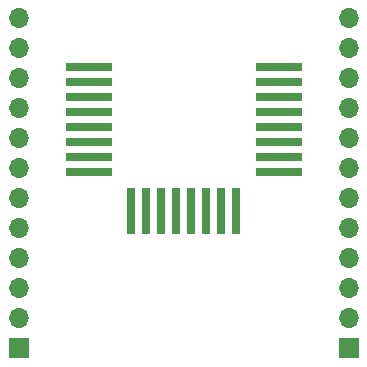
<source format=gbr>
%TF.GenerationSoftware,KiCad,Pcbnew,5.1.9-73d0e3b20d~88~ubuntu20.04.1*%
%TF.CreationDate,2021-04-17T15:00:08+02:00*%
%TF.ProjectId,e18sock,65313873-6f63-46b2-9e6b-696361645f70,rev?*%
%TF.SameCoordinates,Original*%
%TF.FileFunction,Soldermask,Top*%
%TF.FilePolarity,Negative*%
%FSLAX46Y46*%
G04 Gerber Fmt 4.6, Leading zero omitted, Abs format (unit mm)*
G04 Created by KiCad (PCBNEW 5.1.9-73d0e3b20d~88~ubuntu20.04.1) date 2021-04-17 15:00:08*
%MOMM*%
%LPD*%
G01*
G04 APERTURE LIST*
%ADD10R,4.000000X0.700000*%
%ADD11R,0.700000X4.000000*%
%ADD12O,1.700000X1.700000*%
%ADD13R,1.700000X1.700000*%
G04 APERTURE END LIST*
D10*
%TO.C,E-18-MS1-PCB*%
X122760000Y-48610000D03*
X122760000Y-47340000D03*
X122760000Y-46070000D03*
X122760000Y-44800000D03*
X122760000Y-43530000D03*
X122760000Y-42260000D03*
X122760000Y-40990000D03*
X122760000Y-39720000D03*
D11*
X135240000Y-51870000D03*
X133970000Y-51870000D03*
X132700000Y-51870000D03*
X131430000Y-51870000D03*
X130160000Y-51870000D03*
X128890000Y-51870000D03*
X127620000Y-51870000D03*
X126350000Y-51870000D03*
D10*
X138860000Y-39720000D03*
X138860000Y-40990000D03*
X138860000Y-42260000D03*
X138860000Y-43530000D03*
X138860000Y-44800000D03*
X138860000Y-46070000D03*
X138860000Y-47340000D03*
X138860000Y-48610000D03*
%TD*%
D12*
%TO.C, *%
X144780000Y-35560000D03*
X144780000Y-38100000D03*
X144780000Y-40640000D03*
X144780000Y-43180000D03*
X144780000Y-45720000D03*
X144780000Y-48260000D03*
X144780000Y-50800000D03*
X144780000Y-53340000D03*
X144780000Y-55880000D03*
X144780000Y-58420000D03*
X144780000Y-60960000D03*
D13*
X144780000Y-63500000D03*
%TD*%
D12*
%TO.C, *%
X116840000Y-35560000D03*
X116840000Y-38100000D03*
X116840000Y-40640000D03*
X116840000Y-43180000D03*
X116840000Y-45720000D03*
X116840000Y-48260000D03*
X116840000Y-50800000D03*
X116840000Y-53340000D03*
X116840000Y-55880000D03*
X116840000Y-58420000D03*
X116840000Y-60960000D03*
D13*
X116840000Y-63500000D03*
%TD*%
M02*

</source>
